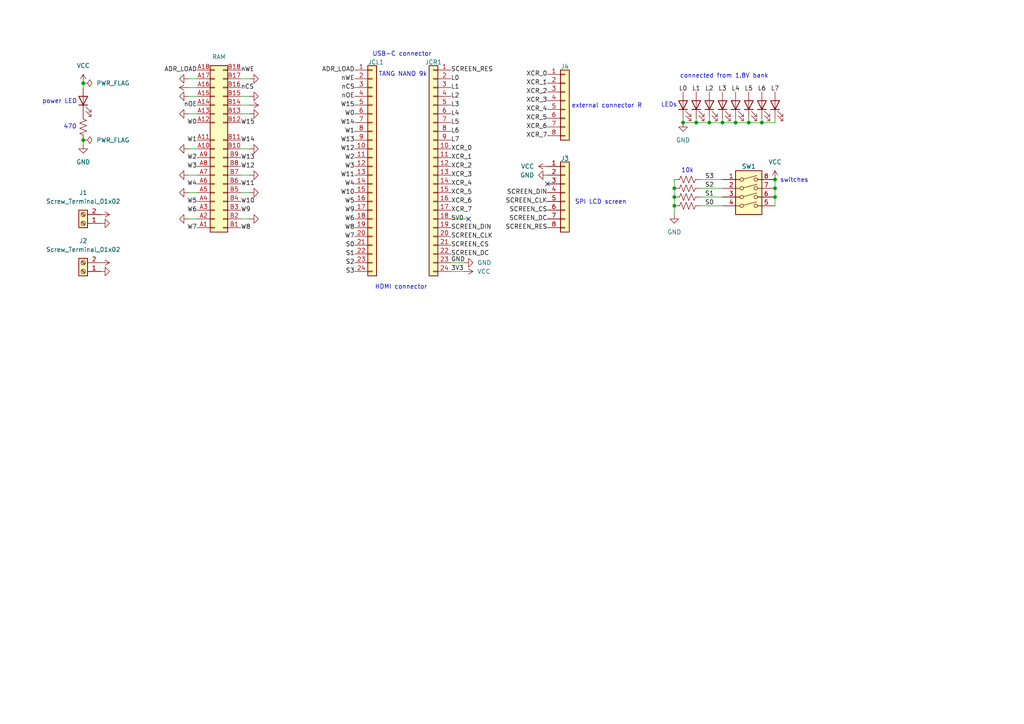
<source format=kicad_sch>
(kicad_sch (version 20231120) (generator "eeschema") (generator_version "8.0")
  (paper "A4")
  (title_block (title "16b4x board") (date "2024-07-21") (rev "0"))
  (lib_symbols
    (symbol "Conn_01x08_1" (pin_names (offset 1.016) hide)
      (property "Reference" "J3" (at 0 9.144 0))
      (symbol "Conn_01x08_1_1_1"
        (rectangle (start 1.27 -12.7) (end -1.27 7.62) (stroke (width 0.254)) (fill (type background)))
        (rectangle (start 1.27 -11.557) (end 0 -11.303) (stroke (width 0.1524)))
        (rectangle (start 1.27 -9.017) (end 0 -8.763) (stroke (width 0.1524)))
        (rectangle (start 1.27 -6.477) (end 0 -6.223) (stroke (width 0.1524)))
        (rectangle (start 1.27 -3.937) (end 0 -3.683) (stroke (width 0.1524)))
        (rectangle (start 1.27 -1.397) (end 0 -1.143) (stroke (width 0.1524)))
        (rectangle (start 1.27 1.143) (end 0 1.397) (stroke (width 0.1524)))
        (rectangle (start 1.27 3.683) (end 0 3.937) (stroke (width 0.1524)))
        (rectangle (start 1.27 6.223) (end 0 6.477) (stroke (width 0.1524)))
        (pin passive line (at 5.08 -11.43 180) (length 3.81) (name "Pin_1") (number "1"))
        (pin passive line (at 5.08 -8.89 180) (length 3.81) (name "Pin_2") (number "2"))
        (pin passive line (at 5.08 -6.35 180) (length 3.81) (name "Pin_3") (number "3"))
        (pin passive line (at 5.08 -3.81 180) (length 3.81) (name "Pin_4") (number "4"))
        (pin passive line (at 5.08 -1.27 180) (length 3.81) (name "Pin_5") (number "5"))
        (pin passive line (at 5.08 1.27 180) (length 3.81) (name "Pin_6") (number "6"))
        (pin passive line (at 5.08 3.81 180) (length 3.81) (name "Pin_7") (number "7"))
        (pin passive line (at 5.08 6.35 180) (length 3.81) (name "Pin_8") (number "8"))
      )
    )
    (symbol "Conn_01x24_1" (pin_names (offset 1.016) hide)
      (property "Reference" "J1" (at 0 27.686 0))
      (symbol "Conn_01x24_1_1_1"
        (rectangle (start 0 -32.893) (end -1.27 -33.147) (stroke (width 0.1524)))
        (rectangle (start 0 -30.353) (end -1.27 -30.607) (stroke (width 0.1524)))
        (rectangle (start 0 -27.813) (end -1.27 -28.067) (stroke (width 0.1524)))
        (rectangle (start 0 -25.273) (end -1.27 -25.527) (stroke (width 0.1524)))
        (rectangle (start 0 -22.733) (end -1.27 -22.987) (stroke (width 0.1524)))
        (rectangle (start 0 -20.193) (end -1.27 -20.447) (stroke (width 0.1524)))
        (rectangle (start 0 -17.653) (end -1.27 -17.907) (stroke (width 0.1524)))
        (rectangle (start 0 -15.113) (end -1.27 -15.367) (stroke (width 0.1524)))
        (rectangle (start 0 -12.573) (end -1.27 -12.827) (stroke (width 0.1524)))
        (rectangle (start 0 -10.033) (end -1.27 -10.287) (stroke (width 0.1524)))
        (rectangle (start 0 -7.493) (end -1.27 -7.747) (stroke (width 0.1524)))
        (rectangle (start 0 -4.953) (end -1.27 -5.207) (stroke (width 0.1524)))
        (rectangle (start 0 -2.413) (end -1.27 -2.667) (stroke (width 0.1524)))
        (rectangle (start 0 0.127) (end -1.27 -0.127) (stroke (width 0.1524)))
        (rectangle (start 0 2.667) (end -1.27 2.413) (stroke (width 0.1524)))
        (rectangle (start 0 5.207) (end -1.27 4.953) (stroke (width 0.1524)))
        (rectangle (start 0 7.747) (end -1.27 7.493) (stroke (width 0.1524)))
        (rectangle (start 0 10.287) (end -1.27 10.033) (stroke (width 0.1524)))
        (rectangle (start 0 12.827) (end -1.27 12.573) (stroke (width 0.1524)))
        (rectangle (start 0 15.367) (end -1.27 15.113) (stroke (width 0.1524)))
        (rectangle (start 0 17.907) (end -1.27 17.653) (stroke (width 0.1524)))
        (rectangle (start 0 20.447) (end -1.27 20.193) (stroke (width 0.1524)))
        (rectangle (start 0 22.987) (end -1.27 22.733) (stroke (width 0.1524)))
        (rectangle (start 0 25.527) (end -1.27 25.273) (stroke (width 0.1524)))
        (rectangle (start 1.27 26.67) (end -1.27 -34.29) (stroke (width 0.254)) (fill (type background)))
        (pin passive line (at -5.08 -33.02 0) (length 3.81) (name "Pin_1") (number "1"))
        (pin passive line (at -5.08 -10.16 0) (length 3.81) (name "Pin_10") (number "10"))
        (pin passive line (at -5.08 -7.62 0) (length 3.81) (name "Pin_11") (number "11"))
        (pin passive line (at -5.08 -5.08 0) (length 3.81) (name "Pin_12") (number "12"))
        (pin passive line (at -5.08 -2.54 0) (length 3.81) (name "Pin_13") (number "13"))
        (pin passive line (at -5.08 0 0) (length 3.81) (name "Pin_14") (number "14"))
        (pin passive line (at -5.08 2.54 0) (length 3.81) (name "Pin_15") (number "15"))
        (pin passive line (at -5.08 5.08 0) (length 3.81) (name "Pin_16") (number "16"))
        (pin passive line (at -5.08 7.62 0) (length 3.81) (name "Pin_17") (number "17"))
        (pin passive line (at -5.08 10.16 0) (length 3.81) (name "Pin_18") (number "18"))
        (pin passive line (at -5.08 12.7 0) (length 3.81) (name "Pin_19") (number "19"))
        (pin passive line (at -5.08 -30.48 0) (length 3.81) (name "Pin_2") (number "2"))
        (pin passive line (at -5.08 15.24 0) (length 3.81) (name "Pin_20") (number "20"))
        (pin passive line (at -5.08 17.78 0) (length 3.81) (name "Pin_21") (number "21"))
        (pin passive line (at -5.08 20.32 0) (length 3.81) (name "Pin_22") (number "22"))
        (pin passive line (at -5.08 22.86 0) (length 3.81) (name "Pin_23") (number "23"))
        (pin passive line (at -5.08 25.4 0) (length 3.81) (name "Pin_24") (number "24"))
        (pin passive line (at -5.08 -27.94 0) (length 3.81) (name "Pin_3") (number "3"))
        (pin passive line (at -5.08 -25.4 0) (length 3.81) (name "Pin_4") (number "4"))
        (pin passive line (at -5.08 -22.86 0) (length 3.81) (name "Pin_5") (number "5"))
        (pin passive line (at -5.08 -20.32 0) (length 3.81) (name "Pin_6") (number "6"))
        (pin passive line (at -5.08 -17.78 0) (length 3.81) (name "Pin_7") (number "7"))
        (pin passive line (at -5.08 -15.24 0) (length 3.81) (name "Pin_8") (number "8"))
        (pin passive line (at -5.08 -12.7 0) (length 3.81) (name "Pin_9") (number "9"))
      )
    )
    (symbol "Connector:Screw_Terminal_01x02" (pin_names (offset 1.016) hide)
      (property "Reference" "J" (at 0 2.54 0))
      (property "Value" "Screw_Terminal_01x02" (at 0 -5.08 0))
      (symbol "Screw_Terminal_01x02_1_1"
        (rectangle (start -1.27 1.27) (end 1.27 -3.81) (stroke (width 0.254)) (fill (type background)))
        (circle (center 0 -2.54) (radius 0.635) (stroke (width 0.1524)))
        (polyline (pts (xy -0.5334 -2.2098) (xy 0.3302 -3.048)) (stroke (width 0.1524)))
        (polyline (pts (xy -0.5334 0.3302) (xy 0.3302 -0.508)) (stroke (width 0.1524)))
        (polyline (pts (xy -0.3556 -2.032) (xy 0.508 -2.8702)) (stroke (width 0.1524)))
        (polyline (pts (xy -0.3556 0.508) (xy 0.508 -0.3302)) (stroke (width 0.1524)))
        (circle (center 0 0) (radius 0.635) (stroke (width 0.1524)))
        (pin passive line (at -5.08 0 0) (length 3.81) (name "Pin_1") (number "1"))
        (pin passive line (at -5.08 -2.54 0) (length 3.81) (name "Pin_2") (number "2"))
      )
    )
    (symbol "Connector_Generic:Conn_01x08" (pin_names (offset 1.016) hide)
      (property "Reference" "J4" (at 0 9.144 0))
      (symbol "Conn_01x08_1_1"
        (rectangle (start 1.27 -12.7) (end -1.27 7.62) (stroke (width 0.254)) (fill (type background)))
        (rectangle (start 1.27 -11.557) (end 0 -11.303) (stroke (width 0.1524)))
        (rectangle (start 1.27 -9.017) (end 0 -8.763) (stroke (width 0.1524)))
        (rectangle (start 1.27 -6.477) (end 0 -6.223) (stroke (width 0.1524)))
        (rectangle (start 1.27 -3.937) (end 0 -3.683) (stroke (width 0.1524)))
        (rectangle (start 1.27 -1.397) (end 0 -1.143) (stroke (width 0.1524)))
        (rectangle (start 1.27 1.143) (end 0 1.397) (stroke (width 0.1524)))
        (rectangle (start 1.27 3.683) (end 0 3.937) (stroke (width 0.1524)))
        (rectangle (start 1.27 6.223) (end 0 6.477) (stroke (width 0.1524)))
        (pin passive line (at 5.08 -11.43 180) (length 3.81) (name "Pin_1") (number "1"))
        (pin passive line (at 5.08 -8.89 180) (length 3.81) (name "Pin_2") (number "2"))
        (pin passive line (at 5.08 -6.35 180) (length 3.81) (name "Pin_3") (number "3"))
        (pin passive line (at 5.08 -3.81 180) (length 3.81) (name "Pin_4") (number "4"))
        (pin passive line (at 5.08 -1.27 180) (length 3.81) (name "Pin_5") (number "5"))
        (pin passive line (at 5.08 1.27 180) (length 3.81) (name "Pin_6") (number "6"))
        (pin passive line (at 5.08 3.81 180) (length 3.81) (name "Pin_7") (number "7"))
        (pin passive line (at 5.08 6.35 180) (length 3.81) (name "Pin_8") (number "8"))
      )
    )
    (symbol "Connector_Generic:Conn_01x24" (pin_names (offset 1.016) hide)
      (property "Reference" "J" (at 0 30.48 0))
      (property "Value" "Conn_01x24" (at 0 -33.02 0))
      (symbol "Conn_01x24_1_1"
        (rectangle (start -1.27 -30.353) (end 0 -30.607) (stroke (width 0.1524)))
        (rectangle (start -1.27 -27.813) (end 0 -28.067) (stroke (width 0.1524)))
        (rectangle (start -1.27 -25.273) (end 0 -25.527) (stroke (width 0.1524)))
        (rectangle (start -1.27 -22.733) (end 0 -22.987) (stroke (width 0.1524)))
        (rectangle (start -1.27 -20.193) (end 0 -20.447) (stroke (width 0.1524)))
        (rectangle (start -1.27 -17.653) (end 0 -17.907) (stroke (width 0.1524)))
        (rectangle (start -1.27 -15.113) (end 0 -15.367) (stroke (width 0.1524)))
        (rectangle (start -1.27 -12.573) (end 0 -12.827) (stroke (width 0.1524)))
        (rectangle (start -1.27 -10.033) (end 0 -10.287) (stroke (width 0.1524)))
        (rectangle (start -1.27 -7.493) (end 0 -7.747) (stroke (width 0.1524)))
        (rectangle (start -1.27 -4.953) (end 0 -5.207) (stroke (width 0.1524)))
        (rectangle (start -1.27 -2.413) (end 0 -2.667) (stroke (width 0.1524)))
        (rectangle (start -1.27 0.127) (end 0 -0.127) (stroke (width 0.1524)))
        (rectangle (start -1.27 2.667) (end 0 2.413) (stroke (width 0.1524)))
        (rectangle (start -1.27 5.207) (end 0 4.953) (stroke (width 0.1524)))
        (rectangle (start -1.27 7.747) (end 0 7.493) (stroke (width 0.1524)))
        (rectangle (start -1.27 10.287) (end 0 10.033) (stroke (width 0.1524)))
        (rectangle (start -1.27 12.827) (end 0 12.573) (stroke (width 0.1524)))
        (rectangle (start -1.27 15.367) (end 0 15.113) (stroke (width 0.1524)))
        (rectangle (start -1.27 17.907) (end 0 17.653) (stroke (width 0.1524)))
        (rectangle (start -1.27 20.447) (end 0 20.193) (stroke (width 0.1524)))
        (rectangle (start -1.27 22.987) (end 0 22.733) (stroke (width 0.1524)))
        (rectangle (start -1.27 25.527) (end 0 25.273) (stroke (width 0.1524)))
        (rectangle (start -1.27 28.067) (end 0 27.813) (stroke (width 0.1524)))
        (rectangle (start -1.27 29.21) (end 1.27 -31.75) (stroke (width 0.254)) (fill (type background)))
        (pin passive line (at -5.08 27.94 0) (length 3.81) (name "Pin_1") (number "1"))
        (pin passive line (at -5.08 5.08 0) (length 3.81) (name "Pin_10") (number "10"))
        (pin passive line (at -5.08 2.54 0) (length 3.81) (name "Pin_11") (number "11"))
        (pin passive line (at -5.08 0 0) (length 3.81) (name "Pin_12") (number "12"))
        (pin passive line (at -5.08 -2.54 0) (length 3.81) (name "Pin_13") (number "13"))
        (pin passive line (at -5.08 -5.08 0) (length 3.81) (name "Pin_14") (number "14"))
        (pin passive line (at -5.08 -7.62 0) (length 3.81) (name "Pin_15") (number "15"))
        (pin passive line (at -5.08 -10.16 0) (length 3.81) (name "Pin_16") (number "16"))
        (pin passive line (at -5.08 -12.7 0) (length 3.81) (name "Pin_17") (number "17"))
        (pin passive line (at -5.08 -15.24 0) (length 3.81) (name "Pin_18") (number "18"))
        (pin passive line (at -5.08 -17.78 0) (length 3.81) (name "Pin_19") (number "19"))
        (pin passive line (at -5.08 25.4 0) (length 3.81) (name "Pin_2") (number "2"))
        (pin passive line (at -5.08 -20.32 0) (length 3.81) (name "Pin_20") (number "20"))
        (pin passive line (at -5.08 -22.86 0) (length 3.81) (name "Pin_21") (number "21"))
        (pin passive line (at -5.08 -25.4 0) (length 3.81) (name "Pin_22") (number "22"))
        (pin passive line (at -5.08 -27.94 0) (length 3.81) (name "Pin_23") (number "23"))
        (pin passive line (at -5.08 -30.48 0) (length 3.81) (name "Pin_24") (number "24"))
        (pin passive line (at -5.08 22.86 0) (length 3.81) (name "Pin_3") (number "3"))
        (pin passive line (at -5.08 20.32 0) (length 3.81) (name "Pin_4") (number "4"))
        (pin passive line (at -5.08 17.78 0) (length 3.81) (name "Pin_5") (number "5"))
        (pin passive line (at -5.08 15.24 0) (length 3.81) (name "Pin_6") (number "6"))
        (pin passive line (at -5.08 12.7 0) (length 3.81) (name "Pin_7") (number "7"))
        (pin passive line (at -5.08 10.16 0) (length 3.81) (name "Pin_8") (number "8"))
        (pin passive line (at -5.08 7.62 0) (length 3.81) (name "Pin_9") (number "9"))
      )
    )
    (symbol "Connector_Generic:Conn_02x18_Odd_Even" (pin_names (offset 1.016) hide)
      (property "Value" "RAM" (at 1.27 24.13 0))
      (symbol "Conn_02x18_Odd_Even_1_1"
        (rectangle (start -1.27 -25.273) (end 0 -25.527) (stroke (width 0.1524)))
        (rectangle (start -1.27 -22.733) (end 0 -22.987) (stroke (width 0.1524)))
        (rectangle (start -1.27 -20.193) (end 0 -20.447) (stroke (width 0.1524)))
        (rectangle (start -1.27 -17.653) (end 0 -17.907) (stroke (width 0.1524)))
        (rectangle (start -1.27 -15.113) (end 0 -15.367) (stroke (width 0.1524)))
        (rectangle (start -1.27 -12.573) (end 0 -12.827) (stroke (width 0.1524)))
        (rectangle (start -1.27 -10.033) (end 0 -10.287) (stroke (width 0.1524)))
        (rectangle (start -1.27 -7.493) (end 0 -7.747) (stroke (width 0.1524)))
        (rectangle (start -1.27 -4.953) (end 0 -5.207) (stroke (width 0.1524)))
        (rectangle (start -1.27 -2.413) (end 0 -2.667) (stroke (width 0.1524)))
        (rectangle (start -1.27 0.127) (end 0 -0.127) (stroke (width 0.1524)))
        (rectangle (start -1.27 5.207) (end 0 4.953) (stroke (width 0.1524)))
        (rectangle (start -1.27 7.747) (end 0 7.493) (stroke (width 0.1524)))
        (rectangle (start -1.27 10.287) (end 0 10.033) (stroke (width 0.1524)))
        (rectangle (start -1.27 12.827) (end 0 12.573) (stroke (width 0.1524)))
        (rectangle (start -1.27 15.367) (end 0 15.113) (stroke (width 0.1524)))
        (rectangle (start -1.27 17.907) (end 0 17.653) (stroke (width 0.1524)))
        (rectangle (start -1.27 20.447) (end 0 20.193) (stroke (width 0.1524)))
        (rectangle (start -1.27 21.59) (end 3.81 -26.67) (stroke (width 0.254)) (fill (type background)))
        (rectangle (start 3.81 -25.273) (end 2.54 -25.527) (stroke (width 0.1524)))
        (rectangle (start 3.81 -22.733) (end 2.54 -22.987) (stroke (width 0.1524)))
        (rectangle (start 3.81 -20.193) (end 2.54 -20.447) (stroke (width 0.1524)))
        (rectangle (start 3.81 -17.653) (end 2.54 -17.907) (stroke (width 0.1524)))
        (rectangle (start 3.81 -15.113) (end 2.54 -15.367) (stroke (width 0.1524)))
        (rectangle (start 3.81 -12.573) (end 2.54 -12.827) (stroke (width 0.1524)))
        (rectangle (start 3.81 -10.033) (end 2.54 -10.287) (stroke (width 0.1524)))
        (rectangle (start 3.81 -7.493) (end 2.54 -7.747) (stroke (width 0.1524)))
        (rectangle (start 3.81 -4.953) (end 2.54 -5.207) (stroke (width 0.1524)))
        (rectangle (start 3.81 -2.413) (end 2.54 -2.667) (stroke (width 0.1524)))
        (rectangle (start 3.81 0.127) (end 2.54 -0.127) (stroke (width 0.1524)))
        (rectangle (start 3.81 5.207) (end 2.54 4.953) (stroke (width 0.1524)))
        (rectangle (start 3.81 7.747) (end 2.54 7.493) (stroke (width 0.1524)))
        (rectangle (start 3.81 10.287) (end 2.54 10.033) (stroke (width 0.1524)))
        (rectangle (start 3.81 12.827) (end 2.54 12.573) (stroke (width 0.1524)))
        (rectangle (start 3.81 15.367) (end 2.54 15.113) (stroke (width 0.1524)))
        (rectangle (start 3.81 17.907) (end 2.54 17.653) (stroke (width 0.1524)))
        (rectangle (start 3.81 20.447) (end 2.54 20.193) (stroke (width 0.1524)))
        (pin passive line (at -5.08 -25.4 0) (length 3.81) (name "A1") (number "A1"))
        (pin passive line (at -5.08 -2.54 0) (length 3.81) (name "A10") (number "A10"))
        (pin passive line (at -5.08 0 0) (length 3.81) (name "A11") (number "A11"))
        (pin passive line (at -5.08 5.08 0) (length 3.81) (name "A12") (number "A12"))
        (pin passive line (at -5.08 7.62 0) (length 3.81) (name "A13") (number "A13"))
        (pin passive line (at -5.08 10.16 0) (length 3.81) (name "A14") (number "A14"))
        (pin passive line (at -5.08 12.7 0) (length 3.81) (name "A15") (number "A15"))
        (pin passive line (at -5.08 15.24 0) (length 3.81) (name "A16") (number "A16"))
        (pin passive line (at -5.08 17.78 0) (length 3.81) (name "A17") (number "A17"))
        (pin passive line (at -5.08 20.32 0) (length 3.81) (name "A18") (number "A18"))
        (pin passive line (at -5.08 -22.86 0) (length 3.81) (name "A2") (number "A2"))
        (pin passive line (at -5.08 -20.32 0) (length 3.81) (name "A3") (number "A3"))
        (pin passive line (at -5.08 -17.78 0) (length 3.81) (name "A4") (number "A4"))
        (pin passive line (at -5.08 -15.24 0) (length 3.81) (name "A5") (number "A5"))
        (pin passive line (at -5.08 -12.7 0) (length 3.81) (name "A6") (number "A6"))
        (pin passive line (at -5.08 -10.16 0) (length 3.81) (name "A7") (number "A7"))
        (pin passive line (at -5.08 -7.62 0) (length 3.81) (name "A8") (number "A8"))
        (pin passive line (at -5.08 -5.08 0) (length 3.81) (name "A9") (number "A9"))
        (pin passive line (at 7.62 -25.4 180) (length 3.81) (name "B1") (number "B1"))
        (pin passive line (at 7.62 -2.54 180) (length 3.81) (name "B10") (number "B10"))
        (pin passive line (at 7.62 0 180) (length 3.81) (name "B11") (number "B11"))
        (pin passive line (at 7.62 5.08 180) (length 3.81) (name "B12") (number "B12"))
        (pin passive line (at 7.62 7.62 180) (length 3.81) (name "B13") (number "B13"))
        (pin passive line (at 7.62 10.16 180) (length 3.81) (name "B14") (number "B14"))
        (pin passive line (at 7.62 12.7 180) (length 3.81) (name "B15") (number "B15"))
        (pin passive line (at 7.62 15.24 180) (length 3.81) (name "B16") (number "B16"))
        (pin passive line (at 7.62 17.78 180) (length 3.81) (name "B17") (number "B17"))
        (pin passive line (at 7.62 20.32 180) (length 3.81) (name "B18") (number "B18"))
        (pin passive line (at 7.62 -22.86 180) (length 3.81) (name "B2") (number "B2"))
        (pin passive line (at 7.62 -20.32 180) (length 3.81) (name "B3") (number "B3"))
        (pin passive line (at 7.62 -17.78 180) (length 3.81) (name "B4") (number "B4"))
        (pin passive line (at 7.62 -15.24 180) (length 3.81) (name "B5") (number "B5"))
        (pin passive line (at 7.62 -12.7 180) (length 3.81) (name "B6") (number "B6"))
        (pin passive line (at 7.62 -10.16 180) (length 3.81) (name "B7") (number "B7"))
        (pin passive line (at 7.62 -7.62 180) (length 3.81) (name "B8") (number "B8"))
        (pin passive line (at 7.62 -5.08 180) (length 3.81) (name "B9") (number "B9"))
      )
    )
    (symbol "Device:LED" (pin_numbers hide) (pin_names (offset 1.016) hide)
      (property "Reference" "D" (at 0 2.54 0))
      (property "Value" "LED" (at 0 -2.54 0))
      (symbol "LED_0_1"
        (polyline (pts (xy -1.27 -1.27) (xy -1.27 1.27)) (stroke (width 0.254)))
        (polyline (pts (xy -1.27 0) (xy 1.27 0)))
        (polyline (pts (xy 1.27 -1.27) (xy 1.27 1.27) (xy -1.27 0) (xy 1.27 -1.27)) (stroke (width 0.254)))
        (polyline (pts (xy -3.048 -0.762) (xy -4.572 -2.286) (xy -3.81 -2.286) (xy -4.572 -2.286) (xy -4.572 -1.524)))
        (polyline (pts (xy -1.778 -0.762) (xy -3.302 -2.286) (xy -2.54 -2.286) (xy -3.302 -2.286) (xy -3.302 -1.524)))
      )
      (symbol "LED_1_1"
        (pin passive line (at -3.81 0 0) (length 2.54) (name "K") (number "1"))
        (pin passive line (at 3.81 0 180) (length 2.54) (name "A") (number "2"))
      )
    )
    (symbol "Device:R_US" (pin_numbers hide) (pin_names (offset 0))
      (property "Reference" "R" (at 2.54 0 90))
      (property "Value" "R_US" (at -2.54 0 90))
      (symbol "R_US_0_1"
        (polyline (pts (xy 0 -2.286) (xy 0 -2.54)))
        (polyline (pts (xy 0 2.286) (xy 0 2.54)))
        (polyline (pts (xy 0 -0.762) (xy 1.016 -1.143) (xy 0 -1.524) (xy -1.016 -1.905) (xy 0 -2.286)))
        (polyline (pts (xy 0 0.762) (xy 1.016 0.381) (xy 0 0) (xy -1.016 -0.381) (xy 0 -0.762)))
        (polyline (pts (xy 0 2.286) (xy 1.016 1.905) (xy 0 1.524) (xy -1.016 1.143) (xy 0 0.762)))
      )
      (symbol "R_US_1_1"
        (pin passive line (at 0 3.81 270) (length 1.27) (name "~") (number "1"))
        (pin passive line (at 0 -3.81 90) (length 1.27) (name "~") (number "2"))
      )
    )
    (symbol "Switch:SW_DIP_x04" (pin_names (offset 0) hide)
      (property "Reference" "SW" (at 0 8.89 0))
      (property "Value" "SW_DIP_x04" (at 0 -6.35 0))
      (symbol "SW_DIP_x04_0_0"
        (circle (center -2.032 -2.54) (radius 0.508))
        (circle (center -2.032 0) (radius 0.508))
        (circle (center -2.032 2.54) (radius 0.508))
        (circle (center -2.032 5.08) (radius 0.508))
        (polyline (pts (xy -1.524 -2.3876) (xy 2.3622 -1.3462)))
        (polyline (pts (xy -1.524 0.127) (xy 2.3622 1.1684)))
        (polyline (pts (xy -1.524 2.667) (xy 2.3622 3.7084)))
        (polyline (pts (xy -1.524 5.207) (xy 2.3622 6.2484)))
        (circle (center 2.032 -2.54) (radius 0.508))
        (circle (center 2.032 0) (radius 0.508))
        (circle (center 2.032 2.54) (radius 0.508))
        (circle (center 2.032 5.08) (radius 0.508))
      )
      (symbol "SW_DIP_x04_0_1"
        (rectangle (start -3.81 7.62) (end 3.81 -5.08) (stroke (width 0.254)) (fill (type background)))
      )
      (symbol "SW_DIP_x04_1_1"
        (pin passive line (at -7.62 5.08 0) (length 5.08) (name "~") (number "1"))
        (pin passive line (at -7.62 2.54 0) (length 5.08) (name "~") (number "2"))
        (pin passive line (at -7.62 0 0) (length 5.08) (name "~") (number "3"))
        (pin passive line (at -7.62 -2.54 0) (length 5.08) (name "~") (number "4"))
        (pin passive line (at 7.62 -2.54 180) (length 5.08) (name "~") (number "5"))
        (pin passive line (at 7.62 0 180) (length 5.08) (name "~") (number "6"))
        (pin passive line (at 7.62 2.54 180) (length 5.08) (name "~") (number "7"))
        (pin passive line (at 7.62 5.08 180) (length 5.08) (name "~") (number "8"))
      )
    )
    (symbol "power:GND" (power) (pin_numbers hide) (pin_names (offset 0) hide)
      (property "Value" "GND" (at 0 -3.81 0))
      (symbol "GND_0_1"
        (polyline (pts (xy 0 0) (xy 0 -1.27) (xy 1.27 -1.27) (xy 0 -2.54) (xy -1.27 -1.27) (xy 0 -1.27)))
      )
      (symbol "GND_1_1"
        (pin power_in line (at 0 0 270) (length 0) (name "~") (number "1"))
      )
    )
    (symbol "power:PWR_FLAG" (power) (pin_numbers hide) (pin_names (offset 0) hide)
      (property "Value" "PWR_FLAG" (at 0 3.81 0))
      (symbol "PWR_FLAG_0_0"
        (pin power_out line (at 0 0 90) (length 0) (name "~") (number "1"))
      )
      (symbol "PWR_FLAG_0_1"
        (polyline (pts (xy 0 0) (xy 0 1.27) (xy -1.016 1.905) (xy 0 2.54) (xy 1.016 1.905) (xy 0 1.27)))
      )
    )
    (symbol "power:VCC" (power) (pin_numbers hide) (pin_names (offset 0) hide)
      (property "Value" "VCC" (at 0 3.556 0))
      (symbol "VCC_0_1"
        (polyline (pts (xy -0.762 1.27) (xy 0 2.54)))
        (polyline (pts (xy 0 0) (xy 0 2.54)))
        (polyline (pts (xy 0 2.54) (xy 0.762 1.27)))
      )
      (symbol "VCC_1_1"
        (pin power_in line (at 0 0 90) (length 0) (name "~") (number "1"))
      )
    )
  )
  (junction (at 195.58 54.61))
  (junction (at 224.79 57.15))
  (junction (at 198.12 35.56))
  (junction (at 220.98 35.56))
  (junction (at 205.74 35.56))
  (junction (at 24.13 24.13))
  (junction (at 213.36 35.56))
  (junction (at 195.58 59.69))
  (junction (at 24.13 40.64))
  (junction (at 217.17 35.56))
  (junction (at 224.79 54.61))
  (junction (at 224.79 52.07))
  (junction (at 195.58 57.15))
  (junction (at 209.55 35.56))
  (junction (at 201.93 35.56))
  (no_connect (at 135.89 63.5))
  (no_connect (at 158.75 53.34))
  (wire (pts (xy 54.61 55.88) (xy 57.15 55.88)))
  (wire (pts (xy 54.61 43.18) (xy 57.15 43.18)))
  (wire (pts (xy 203.2 59.69) (xy 209.55 59.69)))
  (wire (pts (xy 203.2 57.15) (xy 209.55 57.15)))
  (wire (pts (xy 224.79 54.61) (xy 224.79 57.15)))
  (wire (pts (xy 54.61 27.94) (xy 57.15 27.94)))
  (wire (pts (xy 72.39 27.94) (xy 69.85 27.94)))
  (wire (pts (xy 54.61 63.5) (xy 57.15 63.5)))
  (wire (pts (xy 198.12 35.56) (xy 201.93 35.56)))
  (wire (pts (xy 217.17 35.56) (xy 220.98 35.56)))
  (wire (pts (xy 72.39 55.88) (xy 69.85 55.88)))
  (wire (pts (xy 224.79 52.07) (xy 224.79 54.61)))
  (wire (pts (xy 72.39 30.48) (xy 69.85 30.48)))
  (wire (pts (xy 195.58 54.61) (xy 195.58 57.15)))
  (wire (pts (xy 205.74 35.56) (xy 205.74 34.29)))
  (wire (pts (xy 54.61 50.8) (xy 57.15 50.8)))
  (wire (pts (xy 54.61 22.86) (xy 57.15 22.86)))
  (wire (pts (xy 213.36 35.56) (xy 213.36 34.29)))
  (wire (pts (xy 54.61 25.4) (xy 57.15 25.4)))
  (wire (pts (xy 224.79 35.56) (xy 224.79 34.29)))
  (wire (pts (xy 198.12 35.56) (xy 198.12 34.29)))
  (wire (pts (xy 195.58 52.07) (xy 195.58 54.61)))
  (wire (pts (xy 72.39 33.02) (xy 69.85 33.02)))
  (wire (pts (xy 54.61 33.02) (xy 57.15 33.02)))
  (wire (pts (xy 209.55 35.56) (xy 213.36 35.56)))
  (wire (pts (xy 205.74 35.56) (xy 209.55 35.56)))
  (wire (pts (xy 72.39 22.86) (xy 69.85 22.86)))
  (wire (pts (xy 130.81 78.74) (xy 134.62 78.74)))
  (wire (pts (xy 203.2 54.61) (xy 209.55 54.61)))
  (wire (pts (xy 203.2 52.07) (xy 209.55 52.07)))
  (wire (pts (xy 224.79 57.15) (xy 224.79 59.69)))
  (wire (pts (xy 24.13 41.91) (xy 24.13 40.64)))
  (wire (pts (xy 213.36 35.56) (xy 217.17 35.56)))
  (wire (pts (xy 195.58 59.69) (xy 195.58 62.23)))
  (wire (pts (xy 130.81 63.5) (xy 135.89 63.5)))
  (wire (pts (xy 217.17 35.56) (xy 217.17 34.29)))
  (wire (pts (xy 209.55 35.56) (xy 209.55 34.29)))
  (wire (pts (xy 220.98 35.56) (xy 224.79 35.56)))
  (wire (pts (xy 72.39 43.18) (xy 69.85 43.18)))
  (wire (pts (xy 201.93 35.56) (xy 205.74 35.56)))
  (wire (pts (xy 195.58 57.15) (xy 195.58 59.69)))
  (wire (pts (xy 130.81 76.2) (xy 134.62 76.2)))
  (wire (pts (xy 201.93 35.56) (xy 201.93 34.29)))
  (wire (pts (xy 220.98 35.56) (xy 220.98 34.29)))
  (wire (pts (xy 24.13 24.13) (xy 24.13 25.4)))
  (wire (pts (xy 72.39 50.8) (xy 69.85 50.8)))
  (wire (pts (xy 72.39 63.5) (xy 69.85 63.5)))
  (text "connected from 1.8V bank" (at 210.058 22.098 0) (effects (font (size 1.27 1.27))))
  (text "external connector R\n" (at 176.022 30.734 0) (effects (font (size 1.27 1.27))))
  (text "TANG NANO 9k" (at 116.84 21.59 0) (effects (font (size 1.27 1.27))))
  (text "HDMI connector" (at 116.332 83.312 0) (effects (font (size 1.27 1.27))))
  (text "LEDs" (at 194.056 30.48 0) (effects (font (size 1.27 1.27))))
  (text "power LED" (at 17.272 29.464 0) (effects (font (size 1.27 1.27))))
  (text "SPI LCD screen" (at 174.244 58.674 0) (effects (font (size 1.27 1.27))))
  (text "USB-C connector" (at 116.586 15.748 0) (effects (font (size 1.27 1.27))))
  (text "10k" (at 199.39 49.53 0) (effects (font (size 1.27 1.27))))
  (text "switches" (at 230.378 52.324 0) (effects (font (size 1.27 1.27))))
  (text "470" (at 20.32 36.83 0) (effects (font (size 1.27 1.27))))
  (label "L7" (at 130.81 40.64 0))
  (label "W4" (at 57.15 53.34 180))
  (label "nCS" (at 102.87 25.4 180))
  (label "SCREEN_DIN" (at 130.81 66.04 0))
  (label "L3" (at 130.81 30.48 0))
  (label "L1" (at 201.93 26.67 0))
  (label "W8" (at 102.87 66.04 180))
  (label "W5" (at 57.15 58.42 180))
  (label "S0" (at 102.87 71.12 180))
  (label "W0" (at 57.15 35.56 180))
  (label "XCR_0" (at 158.75 21.59 180))
  (label "L4" (at 130.81 33.02 0))
  (label "XCR_3" (at 130.81 50.8 0))
  (label "XCR_3" (at 158.75 29.21 180))
  (label "W9" (at 69.85 60.96 0))
  (label "ADR_LOAD" (at 102.87 20.32 180))
  (label "S1" (at 204.47 57.15 0))
  (label "ADR_LOAD" (at 57.15 20.32 180))
  (label "W10" (at 102.87 55.88 180))
  (label "L1" (at 130.81 25.4 0))
  (label "W1" (at 57.15 40.64 180))
  (label "W8" (at 69.85 66.04 0))
  (label "L7" (at 224.79 26.67 0))
  (label "XCR_1" (at 130.81 45.72 0))
  (label "GND" (at 130.81 76.2 0))
  (label "XCR_4" (at 130.81 53.34 0))
  (label "nCS" (at 69.85 25.4 0))
  (label "XCR_1" (at 158.75 24.13 180))
  (label "nOE" (at 102.87 27.94 180))
  (label "SCREEN_RES" (at 130.81 20.32 0))
  (label "W14" (at 102.87 35.56 180))
  (label "W1" (at 102.87 38.1 180))
  (label "W13" (at 102.87 40.64 180))
  (label "W14" (at 69.85 40.64 0))
  (label "SCREEN_DIN" (at 158.75 55.88 180))
  (label "S2" (at 102.87 76.2 180))
  (label "XCR_5" (at 158.75 34.29 180))
  (label "W7" (at 102.87 68.58 180))
  (label "SCREEN_CLK" (at 158.75 58.42 180))
  (label "W4" (at 102.87 53.34 180))
  (label "XCR_4" (at 158.75 31.75 180))
  (label "XCR_7" (at 130.81 60.96 0))
  (label "W6" (at 57.15 60.96 180))
  (label "W2" (at 102.87 45.72 180))
  (label "L3" (at 209.55 26.67 0))
  (label "W11" (at 69.85 53.34 0))
  (label "W12" (at 102.87 43.18 180))
  (label "SCREEN_CS" (at 158.75 60.96 180))
  (label "L5" (at 217.17 26.67 0))
  (label "S0" (at 204.47 59.69 0))
  (label "W3" (at 57.15 48.26 180))
  (label "5V0" (at 130.81 63.5 0))
  (label "XCR_7" (at 158.75 39.37 180))
  (label "S2" (at 204.47 54.61 0))
  (label "W15" (at 69.85 35.56 0))
  (label "XCR_2" (at 158.75 26.67 180))
  (label "3V3" (at 130.81 78.74 0))
  (label "L0" (at 198.12 26.67 0))
  (label "L0" (at 130.81 22.86 0))
  (label "W3" (at 102.87 48.26 180))
  (label "L6" (at 130.81 38.1 0))
  (label "S3" (at 204.47 52.07 0))
  (label "S1" (at 102.87 73.66 180))
  (label "W9" (at 102.87 60.96 180))
  (label "W5" (at 102.87 58.42 180))
  (label "L6" (at 220.98 26.67 0))
  (label "SCREEN_CS" (at 130.81 71.12 0))
  (label "nWE" (at 69.85 20.32 0))
  (label "L2" (at 130.81 27.94 0))
  (label "XCR_2" (at 130.81 48.26 0))
  (label "W15" (at 102.87 30.48 180))
  (label "SCREEN_DC" (at 158.75 63.5 180))
  (label "L2" (at 205.74 26.67 0))
  (label "XCR_5" (at 130.81 55.88 0))
  (label "W6" (at 102.87 63.5 180))
  (label "nOE" (at 57.15 30.48 180))
  (label "SCREEN_DC" (at 130.81 73.66 0))
  (label "XCR_6" (at 158.75 36.83 180))
  (label "W7" (at 57.15 66.04 180))
  (label "L5" (at 130.81 35.56 0))
  (label "SCREEN_RES" (at 158.75 66.04 180))
  (label "S3" (at 102.87 78.74 180))
  (label "SCREEN_CLK" (at 130.81 68.58 0))
  (label "L4" (at 213.36 26.67 0))
  (label "nWE" (at 102.87 22.86 180))
  (label "W12" (at 69.85 48.26 0))
  (label "W0" (at 102.87 33.02 180))
  (label "XCR_6" (at 130.81 58.42 0))
  (label "W10" (at 69.85 58.42 0))
  (label "W13" (at 69.85 45.72 0))
  (label "W11" (at 102.87 50.8 180))
  (label "W2" (at 57.15 45.72 180))
  (label "XCR_0" (at 130.81 43.18 0))
  (symbol (lib_id "Device:R_US") (at 199.39 57.15 90) (unit 1)
    (property "Reference" "R4" (effects (hide yes)))
    (property "Value" "10k" (effects (hide yes)))
    (property "Footprint" "Resistor_THT:R_Axial_DIN0309_L9.0mm_D3.2mm_P12.70mm_Horizontal" (effects (hide yes)))
    (property "Description" "Resistor, US symbol" (effects (hide yes)))
  )
  (symbol (lib_id "Device:LED") (at 224.79 30.48 90) (unit 1)
    (property "Reference" "D7" (effects (hide yes)))
    (property "Value" "WHITE" (effects (hide yes)))
    (property "Footprint" "LED_SMD:LED_0603_1608Metric" (effects (hide yes)))
    (property "Description" "Light emitting diode" (effects (hide yes)))
  )
  (symbol (lib_id "power:GND") (at 195.58 62.23 0) (unit 1)
    (property "Reference" "#PWR06" (effects (hide yes)))
    (property "Value" "GND" (at 195.58 67.31 0))
    (property "Description" "Power symbol creates a global label with name \"GND\" , ground" (effects (hide yes)))
  )
  (symbol (lib_id "power:VCC") (at 54.61 25.4 90) (unit 1)
    (property "Reference" "#PWR026" (effects (hide yes)))
    (property "Value" "VCC" (effects (hide yes)))
    (property "Description" "Power symbol creates a global label with name \"VCC\"" (effects (hide yes)))
  )
  (symbol (lib_id "power:GND") (at 54.61 63.5 270) (unit 1)
    (property "Reference" "#PWR018" (effects (hide yes)))
    (property "Value" "GND" (effects (hide yes)))
    (property "Description" "Power symbol creates a global label with name \"GND\" , ground" (effects (hide yes)))
  )
  (symbol (lib_id "Device:LED") (at 209.55 30.48 90) (unit 1)
    (property "Reference" "D3" (effects (hide yes)))
    (property "Value" "WHITE" (effects (hide yes)))
    (property "Footprint" "LED_SMD:LED_0603_1608Metric" (effects (hide yes)))
    (property "Description" "Light emitting diode" (effects (hide yes)))
  )
  (symbol (lib_id "power:PWR_FLAG") (at 24.13 24.13 270) (unit 1)
    (property "Reference" "#FLG01" (effects (hide yes)))
    (property "Value" "PWR_FLAG" (at 27.94 24.1299 90) (effects (justify left)))
    (property "Description" "Special symbol for telling ERC where power comes from" (effects (hide yes)))
  )
  (symbol (lib_id "power:GND") (at 198.12 35.56 0) (unit 1)
    (property "Reference" "#PWR03" (effects (hide yes)))
    (property "Value" "GND" (at 198.12 40.64 0))
    (property "Description" "Power symbol creates a global label with name \"GND\" , ground" (effects (hide yes)))
  )
  (symbol (lib_id "Device:LED") (at 213.36 30.48 90) (unit 1)
    (property "Reference" "D4" (effects (hide yes)))
    (property "Value" "WHITE" (effects (hide yes)))
    (property "Footprint" "LED_SMD:LED_0603_1608Metric" (effects (hide yes)))
    (property "Description" "Light emitting diode" (effects (hide yes)))
  )
  (symbol (lib_id "Switch:SW_DIP_x04") (at 217.17 57.15 0) (unit 1)
    (property "Reference" "SW1" (at 217.17 48.26 0))
    (property "Value" "SW_DIP_x04" (effects (hide yes)))
    (property "Footprint" "Button_Switch_THT:SW_DIP_SPSTx04_Slide_9.78x12.34mm_W7.62mm_P2.54mm" (effects (hide yes)))
    (property "Description" "4x DIP Switch, Single Pole Single Throw (SPST) switch, small symbol" (effects (hide yes)))
  )
  (symbol (lib_id "power:GND") (at 134.62 76.2 90) (unit 1)
    (property "Reference" "#PWR010" (effects (hide yes)))
    (property "Value" "GND" (at 138.43 76.1999 90) (effects (justify right)))
    (property "Description" "Power symbol creates a global label with name \"GND\" , ground" (effects (hide yes)))
  )
  (symbol (lib_id "power:VCC") (at 134.62 78.74 270) (unit 1)
    (property "Reference" "#PWR011" (effects (hide yes)))
    (property "Value" "VCC" (at 138.43 78.7399 90) (effects (justify left)))
    (property "Description" "Power symbol creates a global label with name \"VCC\"" (effects (hide yes)))
  )
  (symbol (lib_id "power:VCC") (at 158.75 48.26 90) (unit 1)
    (property "Reference" "#PWR04" (effects (hide yes)))
    (property "Value" "VCC" (at 154.94 48.2599 90) (effects (justify left)))
    (property "Description" "Power symbol creates a global label with name \"VCC\"" (effects (hide yes)))
  )
  (symbol (lib_id "Connector:Screw_Terminal_01x02") (at 24.13 78.74 180) (unit 1)
    (property "Reference" "J2" (at 24.13 69.85 0))
    (property "Value" "Screw_Terminal_01x02" (at 24.13 72.39 0))
    (property "Footprint" "TerminalBlock_Phoenix:TerminalBlock_Phoenix_MPT-0,5-2-2.54_1x02_P2.54mm_Horizontal" (effects (hide yes)))
    (property "Description" "Generic screw terminal, single row, 01x02, script generated (kicad-library-utils/schlib/autogen/connector/)" (effects (hide yes)))
  )
  (symbol (lib_id "power:GND") (at 158.75 50.8 270) (unit 1)
    (property "Reference" "#PWR05" (effects (hide yes)))
    (property "Value" "GND" (at 154.94 50.7999 90) (effects (justify right)))
    (property "Description" "Power symbol creates a global label with name \"GND\" , ground" (effects (hide yes)))
  )
  (symbol (lib_id "power:GND") (at 72.39 33.02 90) (unit 1)
    (property "Reference" "#PWR023" (effects (hide yes)))
    (property "Value" "GND" (effects (hide yes)))
    (property "Description" "Power symbol creates a global label with name \"GND\" , ground" (effects (hide yes)))
  )
  (symbol (lib_id "power:PWR_FLAG") (at 24.13 40.64 270) (unit 1)
    (property "Reference" "#FLG02" (effects (hide yes)))
    (property "Value" "PWR_FLAG" (at 27.94 40.6399 90) (effects (justify left)))
    (property "Description" "Special symbol for telling ERC where power comes from" (effects (hide yes)))
  )
  (symbol (lib_id "Connector_Generic:Conn_01x08") (at 163.83 33.02 180) (unit 1)
    (property "Reference" "J4" (at 163.83 19.304 0))
    (property "Value" "Conn_01x08" (effects (hide yes)))
    (property "Footprint" "Connector_PinSocket_2.54mm:PinSocket_1x08_P2.54mm_Vertical" (effects (hide yes)))
    (property "Description" "Generic connector, single row, 01x08, script generated (kicad-library-utils/schlib/autogen/connector/)" (effects (hide yes)))
  )
  (symbol (lib_id "power:GND") (at 72.39 43.18 90) (unit 1)
    (property "Reference" "#PWR022" (effects (hide yes)))
    (property "Value" "GND" (effects (hide yes)))
    (property "Description" "Power symbol creates a global label with name \"GND\" , ground" (effects (hide yes)))
  )
  (symbol (lib_id "power:VCC") (at 29.21 76.2 270) (mirror x) (unit 1)
    (property "Reference" "#PWR029" (effects (hide yes)))
    (property "Value" "VCC" (effects (hide yes)))
    (property "Description" "Power symbol creates a global label with name \"VCC\"" (effects (hide yes)))
  )
  (symbol (lib_id "power:VCC") (at 24.13 24.13 0) (unit 1)
    (property "Reference" "#PWR02" (effects (hide yes)))
    (property "Value" "VCC" (at 24.13 19.05 0))
    (property "Description" "Power symbol creates a global label with name \"VCC\"" (effects (hide yes)))
  )
  (symbol (lib_id "power:GND") (at 54.61 50.8 270) (unit 1)
    (property "Reference" "#PWR016" (effects (hide yes)))
    (property "Value" "GND" (effects (hide yes)))
    (property "Description" "Power symbol creates a global label with name \"GND\" , ground" (effects (hide yes)))
  )
  (symbol (lib_id "power:GND") (at 54.61 27.94 270) (unit 1)
    (property "Reference" "#PWR013" (effects (hide yes)))
    (property "Value" "GND" (effects (hide yes)))
    (property "Description" "Power symbol creates a global label with name \"GND\" , ground" (effects (hide yes)))
  )
  (symbol (lib_id "Device:LED") (at 217.17 30.48 90) (unit 1)
    (property "Reference" "D5" (effects (hide yes)))
    (property "Value" "WHITE" (effects (hide yes)))
    (property "Footprint" "LED_SMD:LED_0603_1608Metric" (effects (hide yes)))
    (property "Description" "Light emitting diode" (effects (hide yes)))
  )
  (symbol (lib_id "power:GND") (at 72.39 55.88 90) (unit 1)
    (property "Reference" "#PWR020" (effects (hide yes)))
    (property "Value" "GND" (effects (hide yes)))
    (property "Description" "Power symbol creates a global label with name \"GND\" , ground" (effects (hide yes)))
  )
  (symbol (lib_id "power:GND") (at 29.21 78.74 90) (mirror x) (unit 1)
    (property "Reference" "#PWR028" (effects (hide yes)))
    (property "Value" "GND" (effects (hide yes)))
    (property "Description" "Power symbol creates a global label with name \"GND\" , ground" (effects (hide yes)))
  )
  (symbol (lib_id "power:GND") (at 29.21 64.77 90) (mirror x) (unit 1)
    (property "Reference" "#PWR08" (effects (hide yes)))
    (property "Value" "GND" (effects (hide yes)))
    (property "Description" "Power symbol creates a global label with name \"GND\" , ground" (effects (hide yes)))
  )
  (symbol (lib_id "power:GND") (at 24.13 41.91 0) (unit 1)
    (property "Reference" "#PWR01" (effects (hide yes)))
    (property "Value" "GND" (at 24.13 46.99 0))
    (property "Description" "Power symbol creates a global label with name \"GND\" , ground" (effects (hide yes)))
  )
  (symbol (lib_id "Connector_Generic:Conn_01x24") (at 107.95 48.26 0) (unit 1)
    (property "Reference" "JCL1" (at 106.68 18.034 0) (effects (justify left)))
    (property "Value" "Conn_01x24" (effects (hide yes)))
    (property "Footprint" "Connector_PinSocket_2.54mm:PinSocket_1x24_P2.54mm_Vertical" (effects (hide yes)))
    (property "Description" "Generic connector, single row, 01x24, script generated (kicad-library-utils/schlib/autogen/connector/)" (effects (hide yes)))
  )
  (symbol (lib_id "power:GND") (at 54.61 43.18 270) (unit 1)
    (property "Reference" "#PWR015" (effects (hide yes)))
    (property "Value" "GND" (effects (hide yes)))
    (property "Description" "Power symbol creates a global label with name \"GND\" , ground" (effects (hide yes)))
  )
  (symbol (lib_name "Conn_01x08_1") (lib_id "Connector_Generic:Conn_01x08") (at 163.83 59.69 180) (unit 1)
    (property "Reference" "J3" (at 163.83 45.974 0))
    (property "Value" "Conn_01x08" (effects (hide yes)))
    (property "Footprint" "Connector_PinSocket_2.54mm:PinSocket_1x08_P2.54mm_Vertical" (effects (hide yes)))
    (property "Description" "Generic connector, single row, 01x08, script generated (kicad-library-utils/schlib/autogen/connector/)" (effects (hide yes)))
  )
  (symbol (lib_id "power:VCC") (at 224.79 52.07 0) (unit 1)
    (property "Reference" "#PWR07" (effects (hide yes)))
    (property "Value" "VCC" (at 224.79 46.99 0))
    (property "Description" "Power symbol creates a global label with name \"VCC\"" (effects (hide yes)))
  )
  (symbol (lib_id "power:GND") (at 72.39 63.5 90) (unit 1)
    (property "Reference" "#PWR019" (effects (hide yes)))
    (property "Value" "GND" (effects (hide yes)))
    (property "Description" "Power symbol creates a global label with name \"GND\" , ground" (effects (hide yes)))
  )
  (symbol (lib_id "Device:R_US") (at 199.39 59.69 90) (unit 1)
    (property "Reference" "R5" (effects (hide yes)))
    (property "Value" "10k" (effects (hide yes)))
    (property "Footprint" "Resistor_THT:R_Axial_DIN0309_L9.0mm_D3.2mm_P12.70mm_Horizontal" (effects (hide yes)))
    (property "Description" "Resistor, US symbol" (effects (hide yes)))
  )
  (symbol (lib_id "power:GND") (at 54.61 22.86 270) (unit 1)
    (property "Reference" "#PWR012" (effects (hide yes)))
    (property "Value" "GND" (effects (hide yes)))
    (property "Description" "Power symbol creates a global label with name \"GND\" , ground" (effects (hide yes)))
  )
  (symbol (lib_id "power:VCC") (at 72.39 30.48 270) (unit 1)
    (property "Reference" "#PWR027" (effects (hide yes)))
    (property "Value" "VCC" (effects (hide yes)))
    (property "Description" "Power symbol creates a global label with name \"VCC\"" (effects (hide yes)))
  )
  (symbol (lib_id "power:GND") (at 72.39 27.94 90) (unit 1)
    (property "Reference" "#PWR024" (effects (hide yes)))
    (property "Value" "GND" (effects (hide yes)))
    (property "Description" "Power symbol creates a global label with name \"GND\" , ground" (effects (hide yes)))
  )
  (symbol (lib_id "Device:R_US") (at 24.13 36.83 180) (unit 1)
    (property "Reference" "R1" (effects (hide yes)))
    (property "Value" "470" (effects (hide yes)))
    (property "Footprint" "Resistor_SMD:R_0402_1005Metric" (effects (hide yes)))
    (property "Description" "Resistor, US symbol" (effects (hide yes)))
  )
  (symbol (lib_id "Connector_Generic:Conn_02x18_Odd_Even") (at 62.23 40.64 0) (unit 1)
    (property "Reference" "J6" (effects (hide yes)))
    (property "Value" "RAM" (at 63.5 16.51 0))
    (property "Footprint" "lib:CONN-TH_X3183WV-36B1-46V15" (effects (hide yes)))
    (property "Description" "Generic connector, double row, 02x18, odd/even pin numbering scheme (row 1 odd numbers, row 2 even numbers), script generated (kicad-library-utils/schlib/autogen/connector/)" (effects (hide yes)))
  )
  (symbol (lib_id "Device:LED") (at 205.74 30.48 90) (unit 1)
    (property "Reference" "D2" (effects (hide yes)))
    (property "Value" "WHITE" (effects (hide yes)))
    (property "Footprint" "LED_SMD:LED_0603_1608Metric" (effects (hide yes)))
    (property "Description" "Light emitting diode" (effects (hide yes)))
  )
  (symbol (lib_id "Connector:Screw_Terminal_01x02") (at 24.13 64.77 180) (unit 1)
    (property "Reference" "J1" (at 24.13 55.88 0))
    (property "Value" "Screw_Terminal_01x02" (at 24.13 58.42 0))
    (property "Footprint" "TerminalBlock_Phoenix:TerminalBlock_Phoenix_MPT-0,5-2-2.54_1x02_P2.54mm_Horizontal" (effects (hide yes)))
    (property "Description" "Generic screw terminal, single row, 01x02, script generated (kicad-library-utils/schlib/autogen/connector/)" (effects (hide yes)))
  )
  (symbol (lib_id "Device:LED") (at 220.98 30.48 90) (unit 1)
    (property "Reference" "D6" (effects (hide yes)))
    (property "Value" "WHITE" (effects (hide yes)))
    (property "Footprint" "LED_SMD:LED_0603_1608Metric" (effects (hide yes)))
    (property "Description" "Light emitting diode" (effects (hide yes)))
  )
  (symbol (lib_id "Device:R_US") (at 199.39 52.07 90) (unit 1)
    (property "Reference" "R2" (effects (hide yes)))
    (property "Value" "10k" (effects (hide yes)))
    (property "Footprint" "Resistor_THT:R_Axial_DIN0309_L9.0mm_D3.2mm_P12.70mm_Horizontal" (effects (hide yes)))
    (property "Description" "Resistor, US symbol" (effects (hide yes)))
  )
  (symbol (lib_name "Conn_01x24_1") (lib_id "Connector_Generic:Conn_01x24") (at 125.73 53.34 180) (unit 1)
    (property "Reference" "JCR1" (at 125.73 18.034 0))
    (property "Value" "Conn_01x24" (effects (hide yes)))
    (property "Footprint" "Connector_PinSocket_2.54mm:PinSocket_1x24_P2.54mm_Vertical" (effects (hide yes)))
    (property "Description" "Generic connector, single row, 01x24, script generated (kicad-library-utils/schlib/autogen/connector/)" (effects (hide yes)))
  )
  (symbol (lib_id "power:GND") (at 72.39 50.8 90) (unit 1)
    (property "Reference" "#PWR021" (effects (hide yes)))
    (property "Value" "GND" (effects (hide yes)))
    (property "Description" "Power symbol creates a global label with name \"GND\" , ground" (effects (hide yes)))
  )
  (symbol (lib_id "power:GND") (at 54.61 55.88 270) (unit 1)
    (property "Reference" "#PWR017" (effects (hide yes)))
    (property "Value" "GND" (effects (hide yes)))
    (property "Description" "Power symbol creates a global label with name \"GND\" , ground" (effects (hide yes)))
  )
  (symbol (lib_id "Device:LED") (at 198.12 30.48 90) (unit 1)
    (property "Reference" "D0" (effects (hide yes)))
    (property "Value" "WHITE" (effects (hide yes)))
    (property "Footprint" "LED_SMD:LED_0603_1608Metric" (effects (hide yes)))
    (property "Description" "Light emitting diode" (effects (hide yes)))
  )
  (symbol (lib_id "power:GND") (at 72.39 22.86 90) (unit 1)
    (property "Reference" "#PWR025" (effects (hide yes)))
    (property "Value" "GND" (effects (hide yes)))
    (property "Description" "Power symbol creates a global label with name \"GND\" , ground" (effects (hide yes)))
  )
  (symbol (lib_id "power:VCC") (at 29.21 62.23 270) (mirror x) (unit 1)
    (property "Reference" "#PWR09" (effects (hide yes)))
    (property "Value" "VCC" (effects (hide yes)))
    (property "Description" "Power symbol creates a global label with name \"VCC\"" (effects (hide yes)))
  )
  (symbol (lib_id "Device:LED") (at 201.93 30.48 90) (unit 1)
    (property "Reference" "D1" (effects (hide yes)))
    (property "Value" "WHITE" (effects (hide yes)))
    (property "Footprint" "LED_SMD:LED_0603_1608Metric" (effects (hide yes)))
    (property "Description" "Light emitting diode" (effects (hide yes)))
  )
  (symbol (lib_id "power:GND") (at 54.61 33.02 270) (unit 1)
    (property "Reference" "#PWR014" (effects (hide yes)))
    (property "Value" "GND" (effects (hide yes)))
    (property "Description" "Power symbol creates a global label with name \"GND\" , ground" (effects (hide yes)))
  )
  (symbol (lib_id "Device:LED") (at 24.13 29.21 90) (unit 1)
    (property "Reference" "DP1" (effects (hide yes)))
    (property "Value" "GREEN" (effects (hide yes)))
    (property "Footprint" "LED_SMD:LED_0603_1608Metric" (effects (hide yes)))
    (property "Description" "Light emitting diode" (effects (hide yes)))
  )
  (symbol (lib_id "Device:R_US") (at 199.39 54.61 90) (unit 1)
    (property "Reference" "R3" (effects (hide yes)))
    (property "Value" "10k" (effects (hide yes)))
    (property "Footprint" "Resistor_THT:R_Axial_DIN0309_L9.0mm_D3.2mm_P12.70mm_Horizontal" (effects (hide yes)))
    (property "Description" "Resistor, US symbol" (effects (hide yes)))
  )
)
</source>
